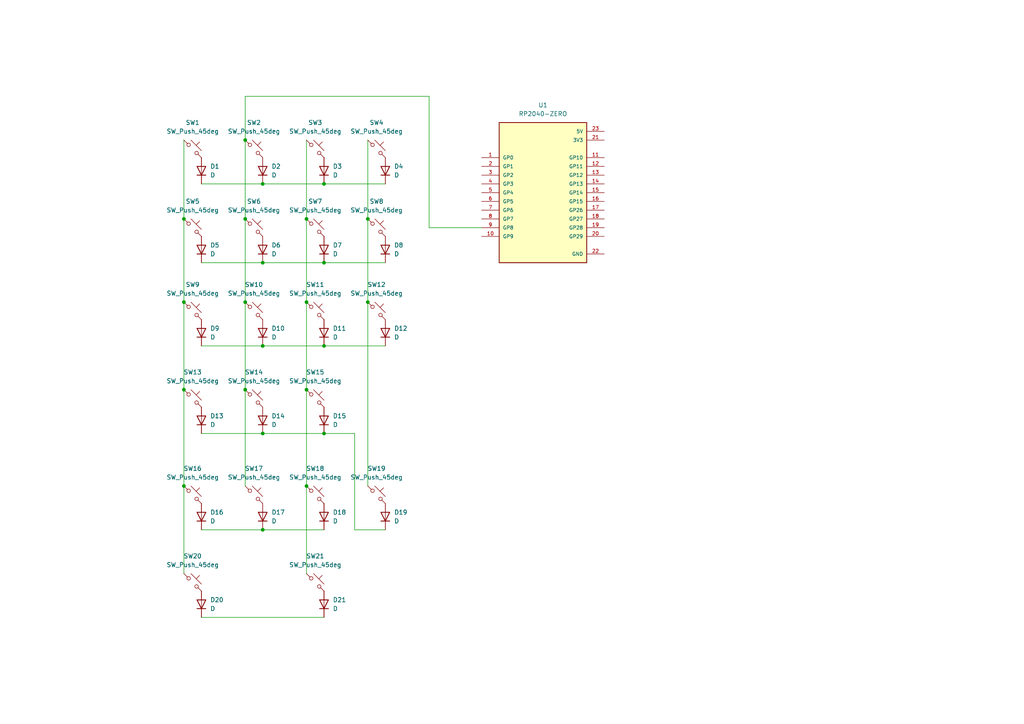
<source format=kicad_sch>
(kicad_sch (version 20231120) (generator "eeschema") (generator_version "8.0")
  (paper "A4")
  (lib_symbols
    (symbol "Device:D" (pin_numbers hide) (pin_names (offset 1.016) hide)
      (property "Reference" "D" (at 0 2.54 0))
      (property "Value" "D" (at 0 -2.54 0))
      (symbol "D_0_1"
        (polyline (pts (xy -1.27 1.27) (xy -1.27 -1.27)) (stroke (width 0.254)))
        (polyline (pts (xy 1.27 0) (xy -1.27 0)))
        (polyline (pts (xy 1.27 1.27) (xy 1.27 -1.27) (xy -1.27 0) (xy 1.27 1.27)) (stroke (width 0.254)))
      )
      (symbol "D_1_1"
        (pin passive line (at -3.81 0 0) (length 2.54) (name "K") (number "1"))
        (pin passive line (at 3.81 0 180) (length 2.54) (name "A") (number "2"))
      )
    )
    (symbol "RP2040-ZERO:RP2040-ZERO" (pin_names (offset 1.016))
      (property "Reference" "U" (at -12.7 21.082 0))
      (property "Value" "RP2040-ZERO" (at -12.7 -22.86 0))
      (symbol "RP2040-ZERO_0_0"
        (rectangle (start -12.7 -20.32) (end 12.7 20.32) (stroke (width 0.254)) (fill (type background)))
        (pin bidirectional line (at -17.78 10.16 0) (length 5.08) (name "GP0") (number "1"))
        (pin bidirectional line (at -17.78 -12.7 0) (length 5.08) (name "GP9") (number "10"))
        (pin bidirectional line (at 17.78 10.16 180) (length 5.08) (name "GP10") (number "11"))
        (pin bidirectional line (at 17.78 7.62 180) (length 5.08) (name "GP11") (number "12"))
        (pin bidirectional line (at 17.78 5.08 180) (length 5.08) (name "GP12") (number "13"))
        (pin bidirectional line (at 17.78 2.54 180) (length 5.08) (name "GP13") (number "14"))
        (pin bidirectional line (at 17.78 0 180) (length 5.08) (name "GP14") (number "15"))
        (pin bidirectional line (at 17.78 -2.54 180) (length 5.08) (name "GP15") (number "16"))
        (pin bidirectional line (at 17.78 -5.08 180) (length 5.08) (name "GP26") (number "17"))
        (pin bidirectional line (at 17.78 -7.62 180) (length 5.08) (name "GP27") (number "18"))
        (pin bidirectional line (at 17.78 -10.16 180) (length 5.08) (name "GP28") (number "19"))
        (pin bidirectional line (at -17.78 7.62 0) (length 5.08) (name "GP1") (number "2"))
        (pin bidirectional line (at 17.78 -12.7 180) (length 5.08) (name "GP29") (number "20"))
        (pin power_in line (at 17.78 15.24 180) (length 5.08) (name "3V3") (number "21"))
        (pin power_in line (at 17.78 -17.78 180) (length 5.08) (name "GND") (number "22"))
        (pin power_in line (at 17.78 17.78 180) (length 5.08) (name "5V") (number "23"))
        (pin bidirectional line (at -17.78 5.08 0) (length 5.08) (name "GP2") (number "3"))
        (pin bidirectional line (at -17.78 2.54 0) (length 5.08) (name "GP3") (number "4"))
        (pin bidirectional line (at -17.78 0 0) (length 5.08) (name "GP4") (number "5"))
        (pin bidirectional line (at -17.78 -2.54 0) (length 5.08) (name "GP5") (number "6"))
        (pin bidirectional line (at -17.78 -5.08 0) (length 5.08) (name "GP6") (number "7"))
        (pin bidirectional line (at -17.78 -7.62 0) (length 5.08) (name "GP7") (number "8"))
        (pin bidirectional line (at -17.78 -10.16 0) (length 5.08) (name "GP8") (number "9"))
      )
    )
    (symbol "Switch:SW_Push_45deg" (pin_numbers hide) (pin_names (offset 1.016) hide)
      (property "Reference" "SW" (at 3.048 1.016 0))
      (property "Value" "SW_Push_45deg" (at 0 -3.81 0))
      (symbol "SW_Push_45deg_0_1"
        (circle (center -1.1684 1.1684) (radius 0.508))
        (polyline (pts (xy -0.508 2.54) (xy 2.54 -0.508)))
        (polyline (pts (xy 1.016 1.016) (xy 2.032 2.032)))
        (polyline (pts (xy -2.54 2.54) (xy -1.524 1.524) (xy -1.524 1.524)))
        (polyline (pts (xy 1.524 -1.524) (xy 2.54 -2.54) (xy 2.54 -2.54) (xy 2.54 -2.54)))
        (circle (center 1.143 -1.1938) (radius 0.508))
        (pin passive line (at -2.54 2.54 0) (length 0) (name "1") (number "1"))
        (pin passive line (at 2.54 -2.54 180) (length 0) (name "2") (number "2"))
      )
    )
  )
  (junction (at 76.2 125.73))
  (junction (at 53.34 87.63))
  (junction (at 88.9 140.97))
  (junction (at 53.34 113.03))
  (junction (at 76.2 76.2))
  (junction (at 88.9 87.63))
  (junction (at 71.12 40.64))
  (junction (at 93.98 53.34))
  (junction (at 71.12 63.5))
  (junction (at 106.68 63.5))
  (junction (at 71.12 113.03))
  (junction (at 88.9 63.5))
  (junction (at 93.98 76.2))
  (junction (at 76.2 53.34))
  (junction (at 76.2 153.67))
  (junction (at 53.34 140.97))
  (junction (at 88.9 113.03))
  (junction (at 93.98 125.73))
  (junction (at 53.34 63.5))
  (junction (at 93.98 100.33))
  (junction (at 76.2 100.33))
  (junction (at 106.68 87.63))
  (junction (at 71.12 87.63))
  (wire (pts (xy 76.2 125.73) (xy 93.98 125.73)))
  (wire (pts (xy 93.98 53.34) (xy 111.76 53.34)))
  (wire (pts (xy 53.34 63.5) (xy 53.34 87.63)))
  (wire (pts (xy 93.98 100.33) (xy 111.76 100.33)))
  (wire (pts (xy 106.68 87.63) (xy 106.68 140.97)))
  (wire (pts (xy 76.2 153.67) (xy 93.98 153.67)))
  (wire (pts (xy 58.42 100.33) (xy 76.2 100.33)))
  (wire (pts (xy 88.9 40.64) (xy 88.9 63.5)))
  (wire (pts (xy 58.42 153.67) (xy 76.2 153.67)))
  (wire (pts (xy 88.9 140.97) (xy 88.9 166.37)))
  (wire (pts (xy 58.42 125.73) (xy 76.2 125.73)))
  (wire (pts (xy 102.87 125.73) (xy 102.87 153.67)))
  (wire (pts (xy 139.7 66.04) (xy 124.46 66.04)))
  (wire (pts (xy 58.42 179.07) (xy 93.98 179.07)))
  (wire (pts (xy 124.46 66.04) (xy 124.46 27.94)))
  (wire (pts (xy 53.34 40.64) (xy 53.34 63.5)))
  (wire (pts (xy 53.34 113.03) (xy 53.34 140.97)))
  (wire (pts (xy 76.2 100.33) (xy 93.98 100.33)))
  (wire (pts (xy 88.9 87.63) (xy 88.9 113.03)))
  (wire (pts (xy 76.2 76.2) (xy 93.98 76.2)))
  (wire (pts (xy 88.9 113.03) (xy 88.9 140.97)))
  (wire (pts (xy 58.42 53.34) (xy 76.2 53.34)))
  (wire (pts (xy 71.12 27.94) (xy 124.46 27.94)))
  (wire (pts (xy 102.87 153.67) (xy 111.76 153.67)))
  (wire (pts (xy 71.12 87.63) (xy 71.12 113.03)))
  (wire (pts (xy 71.12 40.64) (xy 71.12 63.5)))
  (wire (pts (xy 71.12 27.94) (xy 71.12 40.64)))
  (wire (pts (xy 106.68 40.64) (xy 106.68 63.5)))
  (wire (pts (xy 71.12 113.03) (xy 71.12 140.97)))
  (wire (pts (xy 76.2 53.34) (xy 93.98 53.34)))
  (wire (pts (xy 93.98 76.2) (xy 111.76 76.2)))
  (wire (pts (xy 58.42 76.2) (xy 76.2 76.2)))
  (wire (pts (xy 106.68 63.5) (xy 106.68 87.63)))
  (wire (pts (xy 93.98 125.73) (xy 102.87 125.73)))
  (wire (pts (xy 53.34 87.63) (xy 53.34 113.03)))
  (wire (pts (xy 53.34 140.97) (xy 53.34 166.37)))
  (wire (pts (xy 71.12 63.5) (xy 71.12 87.63)))
  (wire (pts (xy 88.9 63.5) (xy 88.9 87.63)))
  (symbol (lib_id "Device:D") (at 93.98 72.39 90) (unit 1)
    (property "Reference" "D7" (at 96.52 71.1199 90) (effects (justify right)))
    (property "Value" "D" (at 96.52 73.6599 90) (effects (justify right)))
    (property "Footprint" "Diode_SMD:D_SOD-123" (effects (hide yes)))
    (property "Description" "Diode" (effects (hide yes)))
    (property "Sim.Device" "D" (effects (hide yes)))
    (property "Sim.Pins" "1=K 2=A" (effects (hide yes)))
  )
  (symbol (lib_id "RP2040-ZERO:RP2040-ZERO") (at 157.48 55.88 0) (unit 1)
    (property "Reference" "U1" (at 157.48 30.48 0))
    (property "Value" "RP2040-ZERO" (at 157.48 33.02 0))
    (property "Footprint" "RP2040-ZERO:MODULE_RP2040-ZERO" (effects (hide yes)))
    (property "MF" "Waveshare Electronics" (effects (hide yes)))
    (property "MAXIMUM_PACKAGE_HEIGHT" "5.35mm" (effects (hide yes)))
    (property "Package" "Package" (effects (hide yes)))
    (property "Price" "None" (effects (hide yes)))
    (property "Check_prices" "https://www.snapeda.com/parts/RP2040-ZERO/Waveshare+Electronics/view-part/?ref=eda" (effects (hide yes)))
    (property "STANDARD" "Manufacturer Recommendations" (effects (hide yes)))
    (property "PARTREV" "NA" (effects (hide yes)))
    (property "SnapEDA_Link" "https://www.snapeda.com/parts/RP2040-ZERO/Waveshare+Electronics/view-part/?ref=snap" (effects (hide yes)))
    (property "MP" "RP2040-ZERO" (effects (hide yes)))
    (property "Description_1" "\n                        \n                            Low-Cost, High-Performance Pico-Like MCU Board Based On Raspberry Pi Microcontroller RP2040\n                        \n" (effects (hide yes)))
    (property "Availability" "Not in stock" (effects (hide yes)))
    (property "MANUFACTURER" "Waveshare" (effects (hide yes)))
  )
  (symbol (lib_id "Switch:SW_Push_45deg") (at 91.44 168.91 0) (unit 1)
    (property "Reference" "SW21" (at 91.44 161.29 0))
    (property "Value" "SW_Push_45deg" (at 91.44 163.83 0))
    (property "Footprint" "PCM_Switch_Keyboard_Hotswap_Kailh:SW_Hotswap_Kailh_MX_Plated_1.00u" (effects (hide yes)))
    (property "Description" "Push button switch, normally open, two pins, 45° tilted" (effects (hide yes)))
  )
  (symbol (lib_id "Device:D") (at 111.76 149.86 90) (unit 1)
    (property "Reference" "D19" (at 114.3 148.5899 90) (effects (justify right)))
    (property "Value" "D" (at 114.3 151.1299 90) (effects (justify right)))
    (property "Footprint" "Diode_SMD:D_SOD-123" (effects (hide yes)))
    (property "Description" "Diode" (effects (hide yes)))
    (property "Sim.Device" "D" (effects (hide yes)))
    (property "Sim.Pins" "1=K 2=A" (effects (hide yes)))
  )
  (symbol (lib_id "Switch:SW_Push_45deg") (at 55.88 115.57 0) (unit 1)
    (property "Reference" "SW13" (at 55.88 107.95 0))
    (property "Value" "SW_Push_45deg" (at 55.88 110.49 0))
    (property "Footprint" "PCM_Switch_Keyboard_Hotswap_Kailh:SW_Hotswap_Kailh_MX_Plated_1.00u" (effects (hide yes)))
    (property "Description" "Push button switch, normally open, two pins, 45° tilted" (effects (hide yes)))
  )
  (symbol (lib_id "Device:D") (at 93.98 121.92 90) (unit 1)
    (property "Reference" "D15" (at 96.52 120.6499 90) (effects (justify right)))
    (property "Value" "D" (at 96.52 123.1899 90) (effects (justify right)))
    (property "Footprint" "Diode_SMD:D_SOD-123" (effects (hide yes)))
    (property "Description" "Diode" (effects (hide yes)))
    (property "Sim.Device" "D" (effects (hide yes)))
    (property "Sim.Pins" "1=K 2=A" (effects (hide yes)))
  )
  (symbol (lib_id "Device:D") (at 76.2 72.39 90) (unit 1)
    (property "Reference" "D6" (at 78.74 71.1199 90) (effects (justify right)))
    (property "Value" "D" (at 78.74 73.6599 90) (effects (justify right)))
    (property "Footprint" "Diode_SMD:D_SOD-123" (effects (hide yes)))
    (property "Description" "Diode" (effects (hide yes)))
    (property "Sim.Device" "D" (effects (hide yes)))
    (property "Sim.Pins" "1=K 2=A" (effects (hide yes)))
  )
  (symbol (lib_id "Device:D") (at 76.2 96.52 90) (unit 1)
    (property "Reference" "D10" (at 78.74 95.2499 90) (effects (justify right)))
    (property "Value" "D" (at 78.74 97.7899 90) (effects (justify right)))
    (property "Footprint" "Diode_SMD:D_SOD-123" (effects (hide yes)))
    (property "Description" "Diode" (effects (hide yes)))
    (property "Sim.Device" "D" (effects (hide yes)))
    (property "Sim.Pins" "1=K 2=A" (effects (hide yes)))
  )
  (symbol (lib_id "Switch:SW_Push_45deg") (at 109.22 143.51 0) (unit 1)
    (property "Reference" "SW19" (at 109.22 135.89 0))
    (property "Value" "SW_Push_45deg" (at 109.22 138.43 0))
    (property "Footprint" "PCM_Switch_Keyboard_Hotswap_Kailh:SW_Hotswap_Kailh_MX_Plated_2.00u_90deg" (effects (hide yes)))
    (property "Description" "Push button switch, normally open, two pins, 45° tilted" (effects (hide yes)))
  )
  (symbol (lib_id "Switch:SW_Push_45deg") (at 91.44 115.57 0) (unit 1)
    (property "Reference" "SW15" (at 91.44 107.95 0))
    (property "Value" "SW_Push_45deg" (at 91.44 110.49 0))
    (property "Footprint" "PCM_Switch_Keyboard_Hotswap_Kailh:SW_Hotswap_Kailh_MX_Plated_1.00u" (effects (hide yes)))
    (property "Description" "Push button switch, normally open, two pins, 45° tilted" (effects (hide yes)))
  )
  (symbol (lib_id "Switch:SW_Push_45deg") (at 91.44 90.17 0) (unit 1)
    (property "Reference" "SW11" (at 91.44 82.55 0))
    (property "Value" "SW_Push_45deg" (at 91.44 85.09 0))
    (property "Footprint" "PCM_Switch_Keyboard_Hotswap_Kailh:SW_Hotswap_Kailh_MX_Plated_1.00u" (effects (hide yes)))
    (property "Description" "Push button switch, normally open, two pins, 45° tilted" (effects (hide yes)))
  )
  (symbol (lib_id "Device:D") (at 58.42 72.39 90) (unit 1)
    (property "Reference" "D5" (at 60.96 71.1199 90) (effects (justify right)))
    (property "Value" "D" (at 60.96 73.6599 90) (effects (justify right)))
    (property "Footprint" "Diode_SMD:D_SOD-123" (effects (hide yes)))
    (property "Description" "Diode" (effects (hide yes)))
    (property "Sim.Device" "D" (effects (hide yes)))
    (property "Sim.Pins" "1=K 2=A" (effects (hide yes)))
  )
  (symbol (lib_id "Device:D") (at 76.2 121.92 90) (unit 1)
    (property "Reference" "D14" (at 78.74 120.6499 90) (effects (justify right)))
    (property "Value" "D" (at 78.74 123.1899 90) (effects (justify right)))
    (property "Footprint" "Diode_SMD:D_SOD-123" (effects (hide yes)))
    (property "Description" "Diode" (effects (hide yes)))
    (property "Sim.Device" "D" (effects (hide yes)))
    (property "Sim.Pins" "1=K 2=A" (effects (hide yes)))
  )
  (symbol (lib_id "Device:D") (at 111.76 72.39 90) (unit 1)
    (property "Reference" "D8" (at 114.3 71.1199 90) (effects (justify right)))
    (property "Value" "D" (at 114.3 73.6599 90) (effects (justify right)))
    (property "Footprint" "Diode_SMD:D_SOD-123" (effects (hide yes)))
    (property "Description" "Diode" (effects (hide yes)))
    (property "Sim.Device" "D" (effects (hide yes)))
    (property "Sim.Pins" "1=K 2=A" (effects (hide yes)))
  )
  (symbol (lib_id "Switch:SW_Push_45deg") (at 91.44 43.18 0) (unit 1)
    (property "Reference" "SW3" (at 91.44 35.56 0))
    (property "Value" "SW_Push_45deg" (at 91.44 38.1 0))
    (property "Footprint" "PCM_Switch_Keyboard_Hotswap_Kailh:SW_Hotswap_Kailh_MX_Plated_1.00u" (effects (hide yes)))
    (property "Description" "Push button switch, normally open, two pins, 45° tilted" (effects (hide yes)))
  )
  (symbol (lib_id "Device:D") (at 76.2 49.53 90) (unit 1)
    (property "Reference" "D2" (at 78.74 48.2599 90) (effects (justify right)))
    (property "Value" "D" (at 78.74 50.7999 90) (effects (justify right)))
    (property "Footprint" "Diode_SMD:D_SOD-123" (effects (hide yes)))
    (property "Description" "Diode" (effects (hide yes)))
    (property "Sim.Device" "D" (effects (hide yes)))
    (property "Sim.Pins" "1=K 2=A" (effects (hide yes)))
  )
  (symbol (lib_id "Switch:SW_Push_45deg") (at 73.66 66.04 0) (unit 1)
    (property "Reference" "SW6" (at 73.66 58.42 0))
    (property "Value" "SW_Push_45deg" (at 73.66 60.96 0))
    (property "Footprint" "PCM_Switch_Keyboard_Hotswap_Kailh:SW_Hotswap_Kailh_MX_Plated_1.00u" (effects (hide yes)))
    (property "Description" "Push button switch, normally open, two pins, 45° tilted" (effects (hide yes)))
  )
  (symbol (lib_id "Switch:SW_Push_45deg") (at 55.88 168.91 0) (unit 1)
    (property "Reference" "SW20" (at 55.88 161.29 0))
    (property "Value" "SW_Push_45deg" (at 55.88 163.83 0))
    (property "Footprint" "PCM_Switch_Keyboard_Hotswap_Kailh:SW_Hotswap_Kailh_MX_Plated_2.00u" (effects (hide yes)))
    (property "Description" "Push button switch, normally open, two pins, 45° tilted" (effects (hide yes)))
  )
  (symbol (lib_id "Switch:SW_Push_45deg") (at 91.44 66.04 0) (unit 1)
    (property "Reference" "SW7" (at 91.44 58.42 0))
    (property "Value" "SW_Push_45deg" (at 91.44 60.96 0))
    (property "Footprint" "PCM_Switch_Keyboard_Hotswap_Kailh:SW_Hotswap_Kailh_MX_Plated_1.00u" (effects (hide yes)))
    (property "Description" "Push button switch, normally open, two pins, 45° tilted" (effects (hide yes)))
  )
  (symbol (lib_id "Device:D") (at 93.98 149.86 90) (unit 1)
    (property "Reference" "D18" (at 96.52 148.5899 90) (effects (justify right)))
    (property "Value" "D" (at 96.52 151.1299 90) (effects (justify right)))
    (property "Footprint" "Diode_SMD:D_SOD-123" (effects (hide yes)))
    (property "Description" "Diode" (effects (hide yes)))
    (property "Sim.Device" "D" (effects (hide yes)))
    (property "Sim.Pins" "1=K 2=A" (effects (hide yes)))
  )
  (symbol (lib_id "Switch:SW_Push_45deg") (at 73.66 90.17 0) (unit 1)
    (property "Reference" "SW10" (at 73.66 82.55 0))
    (property "Value" "SW_Push_45deg" (at 73.66 85.09 0))
    (property "Footprint" "PCM_Switch_Keyboard_Hotswap_Kailh:SW_Hotswap_Kailh_MX_Plated_1.00u" (effects (hide yes)))
    (property "Description" "Push button switch, normally open, two pins, 45° tilted" (effects (hide yes)))
  )
  (symbol (lib_id "Switch:SW_Push_45deg") (at 109.22 90.17 0) (unit 1)
    (property "Reference" "SW12" (at 109.22 82.55 0))
    (property "Value" "SW_Push_45deg" (at 109.22 85.09 0))
    (property "Footprint" "PCM_Switch_Keyboard_Hotswap_Kailh:SW_Hotswap_Kailh_MX_Plated_2.00u_90deg" (effects (hide yes)))
    (property "Description" "Push button switch, normally open, two pins, 45° tilted" (effects (hide yes)))
  )
  (symbol (lib_id "Switch:SW_Push_45deg") (at 55.88 66.04 0) (unit 1)
    (property "Reference" "SW5" (at 55.88 58.42 0))
    (property "Value" "SW_Push_45deg" (at 55.88 60.96 0))
    (property "Footprint" "PCM_Switch_Keyboard_Hotswap_Kailh:SW_Hotswap_Kailh_MX_Plated_1.00u" (effects (hide yes)))
    (property "Description" "Push button switch, normally open, two pins, 45° tilted" (effects (hide yes)))
  )
  (symbol (lib_id "Switch:SW_Push_45deg") (at 55.88 90.17 0) (unit 1)
    (property "Reference" "SW9" (at 55.88 82.55 0))
    (property "Value" "SW_Push_45deg" (at 55.88 85.09 0))
    (property "Footprint" "PCM_Switch_Keyboard_Hotswap_Kailh:SW_Hotswap_Kailh_MX_Plated_1.00u" (effects (hide yes)))
    (property "Description" "Push button switch, normally open, two pins, 45° tilted" (effects (hide yes)))
  )
  (symbol (lib_id "Switch:SW_Push_45deg") (at 109.22 66.04 0) (unit 1)
    (property "Reference" "SW8" (at 109.22 58.42 0))
    (property "Value" "SW_Push_45deg" (at 109.22 60.96 0))
    (property "Footprint" "PCM_Switch_Keyboard_Hotswap_Kailh:SW_Hotswap_Kailh_MX_Plated_1.00u" (effects (hide yes)))
    (property "Description" "Push button switch, normally open, two pins, 45° tilted" (effects (hide yes)))
  )
  (symbol (lib_id "Switch:SW_Push_45deg") (at 109.22 43.18 0) (unit 1)
    (property "Reference" "SW4" (at 109.22 35.56 0))
    (property "Value" "SW_Push_45deg" (at 109.22 38.1 0))
    (property "Footprint" "PCM_Switch_Keyboard_Hotswap_Kailh:SW_Hotswap_Kailh_MX_Plated_1.00u" (effects (hide yes)))
    (property "Description" "Push button switch, normally open, two pins, 45° tilted" (effects (hide yes)))
  )
  (symbol (lib_id "Device:D") (at 93.98 49.53 90) (unit 1)
    (property "Reference" "D3" (at 96.52 48.2599 90) (effects (justify right)))
    (property "Value" "D" (at 96.52 50.7999 90) (effects (justify right)))
    (property "Footprint" "Diode_SMD:D_SOD-123" (effects (hide yes)))
    (property "Description" "Diode" (effects (hide yes)))
    (property "Sim.Device" "D" (effects (hide yes)))
    (property "Sim.Pins" "1=K 2=A" (effects (hide yes)))
  )
  (symbol (lib_id "Switch:SW_Push_45deg") (at 73.66 115.57 0) (unit 1)
    (property "Reference" "SW14" (at 73.66 107.95 0))
    (property "Value" "SW_Push_45deg" (at 73.66 110.49 0))
    (property "Footprint" "PCM_Switch_Keyboard_Hotswap_Kailh:SW_Hotswap_Kailh_MX_Plated_1.00u" (effects (hide yes)))
    (property "Description" "Push button switch, normally open, two pins, 45° tilted" (effects (hide yes)))
  )
  (symbol (lib_id "Switch:SW_Push_45deg") (at 73.66 43.18 0) (unit 1)
    (property "Reference" "SW2" (at 73.66 35.56 0))
    (property "Value" "SW_Push_45deg" (at 73.66 38.1 0))
    (property "Footprint" "PCM_Switch_Keyboard_Hotswap_Kailh:SW_Hotswap_Kailh_MX_Plated_1.00u" (effects (hide yes)))
    (property "Description" "Push button switch, normally open, two pins, 45° tilted" (effects (hide yes)))
  )
  (symbol (lib_id "Device:D") (at 58.42 49.53 90) (unit 1)
    (property "Reference" "D1" (at 60.96 48.2599 90) (effects (justify right)))
    (property "Value" "D" (at 60.96 50.7999 90) (effects (justify right)))
    (property "Footprint" "Diode_SMD:D_SOD-123" (effects (hide yes)))
    (property "Description" "Diode" (effects (hide yes)))
    (property "Sim.Device" "D" (effects (hide yes)))
    (property "Sim.Pins" "1=K 2=A" (effects (hide yes)))
  )
  (symbol (lib_id "Switch:SW_Push_45deg") (at 55.88 143.51 0) (unit 1)
    (property "Reference" "SW16" (at 55.88 135.89 0))
    (property "Value" "SW_Push_45deg" (at 55.88 138.43 0))
    (property "Footprint" "PCM_Switch_Keyboard_Hotswap_Kailh:SW_Hotswap_Kailh_MX_Plated_1.00u" (effects (hide yes)))
    (property "Description" "Push button switch, normally open, two pins, 45° tilted" (effects (hide yes)))
  )
  (symbol (lib_id "Switch:SW_Push_45deg") (at 91.44 143.51 0) (unit 1)
    (property "Reference" "SW18" (at 91.44 135.89 0))
    (property "Value" "SW_Push_45deg" (at 91.44 138.43 0))
    (property "Footprint" "PCM_Switch_Keyboard_Hotswap_Kailh:SW_Hotswap_Kailh_MX_Plated_1.00u" (effects (hide yes)))
    (property "Description" "Push button switch, normally open, two pins, 45° tilted" (effects (hide yes)))
  )
  (symbol (lib_id "Device:D") (at 93.98 175.26 90) (unit 1)
    (property "Reference" "D21" (at 96.52 173.9899 90) (effects (justify right)))
    (property "Value" "D" (at 96.52 176.5299 90) (effects (justify right)))
    (property "Footprint" "Diode_SMD:D_SOD-123" (effects (hide yes)))
    (property "Description" "Diode" (effects (hide yes)))
    (property "Sim.Device" "D" (effects (hide yes)))
    (property "Sim.Pins" "1=K 2=A" (effects (hide yes)))
  )
  (symbol (lib_id "Device:D") (at 58.42 175.26 90) (unit 1)
    (property "Reference" "D20" (at 60.96 173.9899 90) (effects (justify right)))
    (property "Value" "D" (at 60.96 176.5299 90) (effects (justify right)))
    (property "Footprint" "Diode_SMD:D_SOD-123" (effects (hide yes)))
    (property "Description" "Diode" (effects (hide yes)))
    (property "Sim.Device" "D" (effects (hide yes)))
    (property "Sim.Pins" "1=K 2=A" (effects (hide yes)))
  )
  (symbol (lib_id "Device:D") (at 76.2 149.86 90) (unit 1)
    (property "Reference" "D17" (at 78.74 148.5899 90) (effects (justify right)))
    (property "Value" "D" (at 78.74 151.1299 90) (effects (justify right)))
    (property "Footprint" "Diode_SMD:D_SOD-123" (effects (hide yes)))
    (property "Description" "Diode" (effects (hide yes)))
    (property "Sim.Device" "D" (effects (hide yes)))
    (property "Sim.Pins" "1=K 2=A" (effects (hide yes)))
  )
  (symbol (lib_id "Device:D") (at 111.76 96.52 90) (unit 1)
    (property "Reference" "D12" (at 114.3 95.2499 90) (effects (justify right)))
    (property "Value" "D" (at 114.3 97.7899 90) (effects (justify right)))
    (property "Footprint" "Diode_SMD:D_SOD-123" (effects (hide yes)))
    (property "Description" "Diode" (effects (hide yes)))
    (property "Sim.Device" "D" (effects (hide yes)))
    (property "Sim.Pins" "1=K 2=A" (effects (hide yes)))
  )
  (symbol (lib_id "Device:D") (at 58.42 149.86 90) (unit 1)
    (property "Reference" "D16" (at 60.96 148.5899 90) (effects (justify right)))
    (property "Value" "D" (at 60.96 151.1299 90) (effects (justify right)))
    (property "Footprint" "Diode_SMD:D_SOD-123" (effects (hide yes)))
    (property "Description" "Diode" (effects (hide yes)))
    (property "Sim.Device" "D" (effects (hide yes)))
    (property "Sim.Pins" "1=K 2=A" (effects (hide yes)))
  )
  (symbol (lib_id "Switch:SW_Push_45deg") (at 73.66 143.51 0) (unit 1)
    (property "Reference" "SW17" (at 73.66 135.89 0))
    (property "Value" "SW_Push_45deg" (at 73.66 138.43 0))
    (property "Footprint" "PCM_Switch_Keyboard_Hotswap_Kailh:SW_Hotswap_Kailh_MX_Plated_1.00u" (effects (hide yes)))
    (property "Description" "Push button switch, normally open, two pins, 45° tilted" (effects (hide yes)))
  )
  (symbol (lib_id "Device:D") (at 58.42 96.52 90) (unit 1)
    (property "Reference" "D9" (at 60.96 95.2499 90) (effects (justify right)))
    (property "Value" "D" (at 60.96 97.7899 90) (effects (justify right)))
    (property "Footprint" "Diode_SMD:D_SOD-123" (effects (hide yes)))
    (property "Description" "Diode" (effects (hide yes)))
    (property "Sim.Device" "D" (effects (hide yes)))
    (property "Sim.Pins" "1=K 2=A" (effects (hide yes)))
  )
  (symbol (lib_id "Device:D") (at 93.98 96.52 90) (unit 1)
    (property "Reference" "D11" (at 96.52 95.2499 90) (effects (justify right)))
    (property "Value" "D" (at 96.52 97.7899 90) (effects (justify right)))
    (property "Footprint" "Diode_SMD:D_SOD-123" (effects (hide yes)))
    (property "Description" "Diode" (effects (hide yes)))
    (property "Sim.Device" "D" (effects (hide yes)))
    (property "Sim.Pins" "1=K 2=A" (effects (hide yes)))
  )
  (symbol (lib_id "Device:D") (at 111.76 49.53 90) (unit 1)
    (property "Reference" "D4" (at 114.3 48.2599 90) (effects (justify right)))
    (property "Value" "D" (at 114.3 50.7999 90) (effects (justify right)))
    (property "Footprint" "Diode_SMD:D_SOD-123" (effects (hide yes)))
    (property "Description" "Diode" (effects (hide yes)))
    (property "Sim.Device" "D" (effects (hide yes)))
    (property "Sim.Pins" "1=K 2=A" (effects (hide yes)))
  )
  (symbol (lib_id "Switch:SW_Push_45deg") (at 55.88 43.18 0) (unit 1)
    (property "Reference" "SW1" (at 55.88 35.56 0))
    (property "Value" "SW_Push_45deg" (at 55.88 38.1 0))
    (property "Footprint" "PCM_Switch_Keyboard_Hotswap_Kailh:SW_Hotswap_Kailh_MX_Plated_1.00u" (effects (hide yes)))
    (property "Description" "Push button switch, normally open, two pins, 45° tilted" (effects (hide yes)))
  )
  (symbol (lib_id "Device:D") (at 58.42 121.92 90) (unit 1)
    (property "Reference" "D13" (at 60.96 120.6499 90) (effects (justify right)))
    (property "Value" "D" (at 60.96 123.1899 90) (effects (justify right)))
    (property "Footprint" "Diode_SMD:D_SOD-123" (effects (hide yes)))
    (property "Description" "Diode" (effects (hide yes)))
    (property "Sim.Device" "D" (effects (hide yes)))
    (property "Sim.Pins" "1=K 2=A" (effects (hide yes)))
  )
)
</source>
